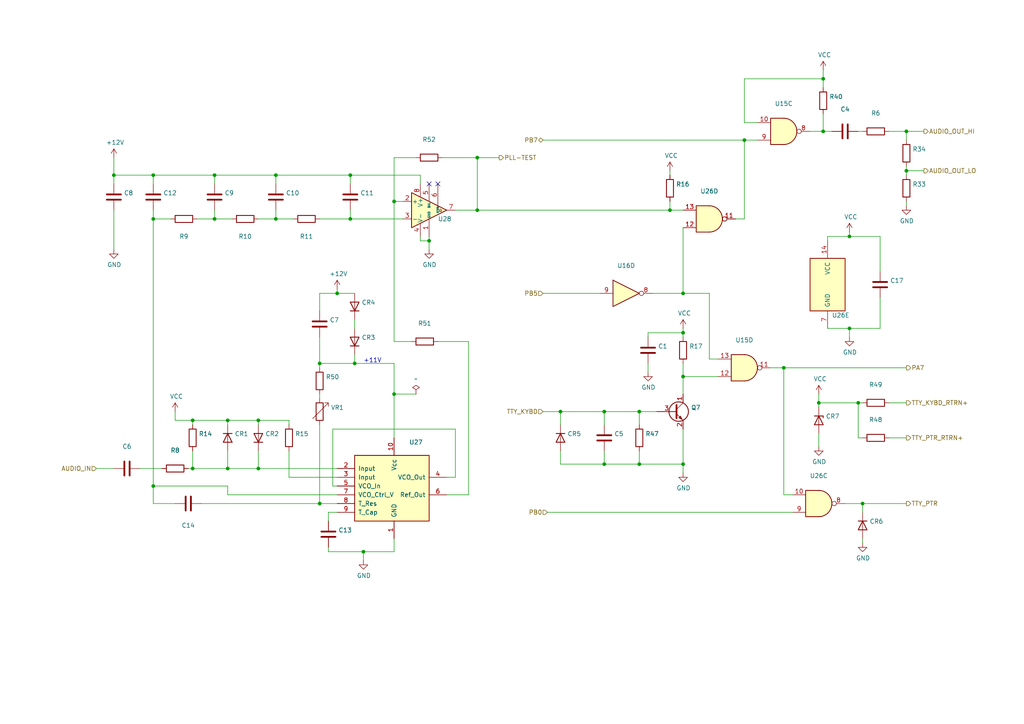
<source format=kicad_sch>
(kicad_sch (version 20211123) (generator eeschema)
  (paper "A4")
  (lib_symbols
    (symbol "74xx:7400" (pin_names (offset 1.016))
      (property "Reference" "U" (at 0 1.27 0))
      (property "Value" "7400" (at 0 -1.27 0))
      (symbol "7400_1_1"
        (arc (start 0 -3.81) (mid 3.81 0) (end 0 3.81) (stroke (width 0.254)) (fill (type background)))
        (polyline (pts (xy 0 3.81) (xy -3.81 3.81) (xy -3.81 -3.81) (xy 0 -3.81)) (stroke (width 0.254)) (fill (type background)))
        (pin input line (at -7.62 2.54 0) (length 3.81) (name "~") (number "1"))
        (pin input line (at -7.62 -2.54 0) (length 3.81) (name "~") (number "2"))
        (pin output inverted (at 7.62 0 180) (length 3.81) (name "~") (number "3"))
      )
      (symbol "7400_1_2"
        (arc (start -3.81 -3.81) (mid -2.589 0) (end -3.81 3.81) (stroke (width 0.254)))
        (arc (start -0.6096 -3.81) (mid 2.1842 -2.5851) (end 3.81 0) (stroke (width 0.254)) (fill (type background)))
        (polyline (pts (xy -3.81 -3.81) (xy -0.635 -3.81)) (stroke (width 0.254)) (fill (type background)))
        (polyline (pts (xy -3.81 3.81) (xy -0.635 3.81)) (stroke (width 0.254)) (fill (type background)))
        (polyline (pts (xy -0.635 3.81) (xy -3.81 3.81) (xy -3.81 3.81) (xy -3.556 3.4036) (xy -3.0226 2.2606) (xy -2.6924 1.0414) (xy -2.6162 -0.254) (xy -2.7686 -1.4986) (xy -3.175 -2.7178) (xy -3.81 -3.81) (xy -3.81 -3.81) (xy -0.635 -3.81)) (stroke (width -25.4)) (fill (type background)))
        (arc (start 3.81 0) (mid 2.1915 2.5936) (end -0.6096 3.81) (stroke (width 0.254)) (fill (type background)))
        (pin input inverted (at -7.62 2.54 0) (length 4.318) (name "~") (number "1"))
        (pin input inverted (at -7.62 -2.54 0) (length 4.318) (name "~") (number "2"))
        (pin output line (at 7.62 0 180) (length 3.81) (name "~") (number "3"))
      )
      (symbol "7400_2_1"
        (arc (start 0 -3.81) (mid 3.81 0) (end 0 3.81) (stroke (width 0.254)) (fill (type background)))
        (polyline (pts (xy 0 3.81) (xy -3.81 3.81) (xy -3.81 -3.81) (xy 0 -3.81)) (stroke (width 0.254)) (fill (type background)))
        (pin input line (at -7.62 2.54 0) (length 3.81) (name "~") (number "4"))
        (pin input line (at -7.62 -2.54 0) (length 3.81) (name "~") (number "5"))
        (pin output inverted (at 7.62 0 180) (length 3.81) (name "~") (number "6"))
      )
      (symbol "7400_2_2"
        (arc (start -3.81 -3.81) (mid -2.589 0) (end -3.81 3.81) (stroke (width 0.254)))
        (arc (start -0.6096 -3.81) (mid 2.1842 -2.5851) (end 3.81 0) (stroke (width 0.254)) (fill (type background)))
        (polyline (pts (xy -3.81 -3.81) (xy -0.635 -3.81)) (stroke (width 0.254)) (fill (type background)))
        (polyline (pts (xy -3.81 3.81) (xy -0.635 3.81)) (stroke (width 0.254)) (fill (type background)))
        (polyline (pts (xy -0.635 3.81) (xy -3.81 3.81) (xy -3.81 3.81) (xy -3.556 3.4036) (xy -3.0226 2.2606) (xy -2.6924 1.0414) (xy -2.6162 -0.254) (xy -2.7686 -1.4986) (xy -3.175 -2.7178) (xy -3.81 -3.81) (xy -3.81 -3.81) (xy -0.635 -3.81)) (stroke (width -25.4)) (fill (type background)))
        (arc (start 3.81 0) (mid 2.1915 2.5936) (end -0.6096 3.81) (stroke (width 0.254)) (fill (type background)))
        (pin input inverted (at -7.62 2.54 0) (length 4.318) (name "~") (number "4"))
        (pin input inverted (at -7.62 -2.54 0) (length 4.318) (name "~") (number "5"))
        (pin output line (at 7.62 0 180) (length 3.81) (name "~") (number "6"))
      )
      (symbol "7400_3_1"
        (arc (start 0 -3.81) (mid 3.81 0) (end 0 3.81) (stroke (width 0.254)) (fill (type background)))
        (polyline (pts (xy 0 3.81) (xy -3.81 3.81) (xy -3.81 -3.81) (xy 0 -3.81)) (stroke (width 0.254)) (fill (type background)))
        (pin input line (at -7.62 -2.54 0) (length 3.81) (name "~") (number "10"))
        (pin output inverted (at 7.62 0 180) (length 3.81) (name "~") (number "8"))
        (pin input line (at -7.62 2.54 0) (length 3.81) (name "~") (number "9"))
      )
      (symbol "7400_3_2"
        (arc (start -3.81 -3.81) (mid -2.589 0) (end -3.81 3.81) (stroke (width 0.254)))
        (arc (start -0.6096 -3.81) (mid 2.1842 -2.5851) (end 3.81 0) (stroke (width 0.254)) (fill (type background)))
        (polyline (pts (xy -3.81 -3.81) (xy -0.635 -3.81)) (stroke (width 0.254)) (fill (type background)))
        (polyline (pts (xy -3.81 3.81) (xy -0.635 3.81)) (stroke (width 0.254)) (fill (type background)))
        (polyline (pts (xy -0.635 3.81) (xy -3.81 3.81) (xy -3.81 3.81) (xy -3.556 3.4036) (xy -3.0226 2.2606) (xy -2.6924 1.0414) (xy -2.6162 -0.254) (xy -2.7686 -1.4986) (xy -3.175 -2.7178) (xy -3.81 -3.81) (xy -3.81 -3.81) (xy -0.635 -3.81)) (stroke (width -25.4)) (fill (type background)))
        (arc (start 3.81 0) (mid 2.1915 2.5936) (end -0.6096 3.81) (stroke (width 0.254)) (fill (type background)))
        (pin input inverted (at -7.62 -2.54 0) (length 4.318) (name "~") (number "10"))
        (pin output line (at 7.62 0 180) (length 3.81) (name "~") (number "8"))
        (pin input inverted (at -7.62 2.54 0) (length 4.318) (name "~") (number "9"))
      )
      (symbol "7400_4_1"
        (arc (start 0 -3.81) (mid 3.81 0) (end 0 3.81) (stroke (width 0.254)) (fill (type background)))
        (polyline (pts (xy 0 3.81) (xy -3.81 3.81) (xy -3.81 -3.81) (xy 0 -3.81)) (stroke (width 0.254)) (fill (type background)))
        (pin output inverted (at 7.62 0 180) (length 3.81) (name "~") (number "11"))
        (pin input line (at -7.62 2.54 0) (length 3.81) (name "~") (number "12"))
        (pin input line (at -7.62 -2.54 0) (length 3.81) (name "~") (number "13"))
      )
      (symbol "7400_4_2"
        (arc (start -3.81 -3.81) (mid -2.589 0) (end -3.81 3.81) (stroke (width 0.254)))
        (arc (start -0.6096 -3.81) (mid 2.1842 -2.5851) (end 3.81 0) (stroke (width 0.254)) (fill (type background)))
        (polyline (pts (xy -3.81 -3.81) (xy -0.635 -3.81)) (stroke (width 0.254)) (fill (type background)))
        (polyline (pts (xy -3.81 3.81) (xy -0.635 3.81)) (stroke (width 0.254)) (fill (type background)))
        (polyline (pts (xy -0.635 3.81) (xy -3.81 3.81) (xy -3.81 3.81) (xy -3.556 3.4036) (xy -3.0226 2.2606) (xy -2.6924 1.0414) (xy -2.6162 -0.254) (xy -2.7686 -1.4986) (xy -3.175 -2.7178) (xy -3.81 -3.81) (xy -3.81 -3.81) (xy -0.635 -3.81)) (stroke (width -25.4)) (fill (type background)))
        (arc (start 3.81 0) (mid 2.1915 2.5936) (end -0.6096 3.81) (stroke (width 0.254)) (fill (type background)))
        (pin output line (at 7.62 0 180) (length 3.81) (name "~") (number "11"))
        (pin input inverted (at -7.62 2.54 0) (length 4.318) (name "~") (number "12"))
        (pin input inverted (at -7.62 -2.54 0) (length 4.318) (name "~") (number "13"))
      )
      (symbol "7400_5_0"
        (pin power_in line (at 0 12.7 270) (length 5.08) (name "VCC") (number "14"))
        (pin power_in line (at 0 -12.7 90) (length 5.08) (name "GND") (number "7"))
      )
      (symbol "7400_5_1"
        (rectangle (start -5.08 7.62) (end 5.08 -7.62) (stroke (width 0.254)) (fill (type background)))
      )
    )
    (symbol "Comparator:LM311" (pin_names (offset 0.127))
      (property "Reference" "U" (at 3.81 6.35 0))
      (property "Value" "LM311" (at 3.81 3.81 0))
      (symbol "LM311_0_1"
        (polyline (pts (xy 5.08 0) (xy -5.08 5.08) (xy -5.08 -5.08) (xy 5.08 0)) (stroke (width 0.254)) (fill (type background)))
        (polyline (pts (xy 3.683 -0.381) (xy 3.302 -0.381) (xy 3.683 0) (xy 3.302 0.381) (xy 2.921 0) (xy 3.302 -0.381) (xy 2.921 -0.381)) (stroke (width 0.127)))
      )
      (symbol "LM311_1_1"
        (pin passive line (at 0 -7.62 90) (length 5.08) (name "GND") (number "1"))
        (pin input line (at -7.62 2.54 0) (length 2.54) (name "+") (number "2"))
        (pin input line (at -7.62 -2.54 0) (length 2.54) (name "-") (number "3"))
        (pin power_in line (at -2.54 -7.62 90) (length 3.81) (name "V-") (number "4"))
        (pin input line (at 0 7.62 270) (length 5.08) (name "BAL") (number "5"))
        (pin input line (at 2.54 7.62 270) (length 6.35) (name "STRB") (number "6"))
        (pin open_collector line (at 7.62 0 180) (length 2.54) (name "~") (number "7"))
        (pin power_in line (at -2.54 7.62 270) (length 3.81) (name "V+") (number "8"))
      )
    )
    (symbol "Device:C" (pin_numbers hide) (pin_names (offset 0.254))
      (property "Reference" "C" (at 0.635 2.54 0))
      (property "Value" "C" (at 0.635 -2.54 0))
      (symbol "C_0_1"
        (polyline (pts (xy -2.032 -0.762) (xy 2.032 -0.762)) (stroke (width 0.508)))
        (polyline (pts (xy -2.032 0.762) (xy 2.032 0.762)) (stroke (width 0.508)))
      )
      (symbol "C_1_1"
        (pin passive line (at 0 3.81 270) (length 2.794) (name "~") (number "1"))
        (pin passive line (at 0 -3.81 90) (length 2.794) (name "~") (number "2"))
      )
    )
    (symbol "Device:D" (pin_numbers hide) (pin_names (offset 1.016) hide)
      (property "Reference" "D" (at 0 2.54 0))
      (property "Value" "D" (at 0 -2.54 0))
      (symbol "D_0_1"
        (polyline (pts (xy -1.27 1.27) (xy -1.27 -1.27)) (stroke (width 0.254)))
        (polyline (pts (xy 1.27 0) (xy -1.27 0)))
        (polyline (pts (xy 1.27 1.27) (xy 1.27 -1.27) (xy -1.27 0) (xy 1.27 1.27)) (stroke (width 0.254)))
      )
      (symbol "D_1_1"
        (pin passive line (at -3.81 0 0) (length 2.54) (name "K") (number "1"))
        (pin passive line (at 3.81 0 180) (length 2.54) (name "A") (number "2"))
      )
    )
    (symbol "Device:D_Zener" (pin_numbers hide) (pin_names (offset 1.016) hide)
      (property "Reference" "D" (at 0 2.54 0))
      (property "Value" "D_Zener" (at 0 -2.54 0))
      (symbol "D_Zener_0_1"
        (polyline (pts (xy 1.27 0) (xy -1.27 0)))
        (polyline (pts (xy -1.27 -1.27) (xy -1.27 1.27) (xy -0.762 1.27)) (stroke (width 0.254)))
        (polyline (pts (xy 1.27 -1.27) (xy 1.27 1.27) (xy -1.27 0) (xy 1.27 -1.27)) (stroke (width 0.254)))
      )
      (symbol "D_Zener_1_1"
        (pin passive line (at -3.81 0 0) (length 2.54) (name "K") (number "1"))
        (pin passive line (at 3.81 0 180) (length 2.54) (name "A") (number "2"))
      )
    )
    (symbol "Device:Q_NPN_CEB" (pin_names (offset 0) hide)
      (property "Reference" "Q" (at 5.08 1.27 0))
      (property "Value" "Q_NPN_CEB" (at 5.08 -1.27 0))
      (symbol "Q_NPN_CEB_0_1"
        (polyline (pts (xy 0.635 0.635) (xy 2.54 2.54)))
        (polyline (pts (xy 0.635 -0.635) (xy 2.54 -2.54) (xy 2.54 -2.54)))
        (polyline (pts (xy 0.635 1.905) (xy 0.635 -1.905) (xy 0.635 -1.905)) (stroke (width 0.508)))
        (polyline (pts (xy 1.27 -1.778) (xy 1.778 -1.27) (xy 2.286 -2.286) (xy 1.27 -1.778) (xy 1.27 -1.778)) (fill (type outline)))
        (circle (center 1.27 0) (radius 2.8194) (stroke (width 0.254)))
      )
      (symbol "Q_NPN_CEB_1_1"
        (pin passive line (at 2.54 5.08 270) (length 2.54) (name "C") (number "1"))
        (pin passive line (at 2.54 -5.08 90) (length 2.54) (name "E") (number "2"))
        (pin input line (at -5.08 0 0) (length 5.715) (name "B") (number "3"))
      )
    )
    (symbol "Device:R" (pin_numbers hide) (pin_names (offset 0))
      (property "Reference" "R" (at 2.032 0 90))
      (property "Value" "R" (at 0 0 90))
      (symbol "R_0_1"
        (rectangle (start -1.016 -2.54) (end 1.016 2.54) (stroke (width 0.254)))
      )
      (symbol "R_1_1"
        (pin passive line (at 0 3.81 270) (length 1.27) (name "~") (number "1"))
        (pin passive line (at 0 -3.81 90) (length 1.27) (name "~") (number "2"))
      )
    )
    (symbol "Device:R_Variable" (pin_numbers hide) (pin_names (offset 0))
      (property "Reference" "R" (at 2.54 -2.54 90))
      (property "Value" "R_Variable" (at -2.54 -1.27 90))
      (symbol "R_Variable_0_1"
        (rectangle (start -1.016 -2.54) (end 1.016 2.54) (stroke (width 0.254)))
        (polyline (pts (xy 2.54 1.524) (xy 2.54 2.54) (xy 1.524 2.54) (xy 2.54 2.54) (xy -2.032 -2.032)))
      )
      (symbol "R_Variable_1_1"
        (pin passive line (at 0 3.81 270) (length 1.27) (name "~") (number "1"))
        (pin passive line (at 0 -3.81 90) (length 1.27) (name "~") (number "2"))
      )
    )
    (symbol "KIM1-rescue:7404-74xx_more" (pin_names (offset 1.016))
      (property "Reference" "U" (at 0 1.27 0))
      (property "Value" "7404-74xx_more" (at 0 -1.27 0))
      (symbol "7404-74xx_more_1_0"
        (polyline (pts (xy -3.81 3.81) (xy -3.81 -3.81) (xy 3.81 0) (xy -3.81 3.81)) (stroke (width 0.254)) (fill (type background)))
        (pin input line (at -7.62 0 0) (length 3.81) (name "~") (number "1"))
        (pin output inverted (at 7.62 0 180) (length 3.81) (name "~") (number "2"))
      )
      (symbol "7404-74xx_more_2_0"
        (polyline (pts (xy -3.81 3.81) (xy -3.81 -3.81) (xy 3.81 0) (xy -3.81 3.81)) (stroke (width 0.254)) (fill (type background)))
        (pin input line (at -7.62 0 0) (length 3.81) (name "~") (number "3"))
        (pin output inverted (at 7.62 0 180) (length 3.81) (name "~") (number "4"))
      )
      (symbol "7404-74xx_more_3_0"
        (polyline (pts (xy -3.81 3.81) (xy -3.81 -3.81) (xy 3.81 0) (xy -3.81 3.81)) (stroke (width 0.254)) (fill (type background)))
        (pin input line (at -7.62 0 0) (length 3.81) (name "~") (number "5"))
        (pin output inverted (at 7.62 0 180) (length 3.81) (name "~") (number "6"))
      )
      (symbol "7404-74xx_more_4_0"
        (polyline (pts (xy -3.81 3.81) (xy -3.81 -3.81) (xy 3.81 0) (xy -3.81 3.81)) (stroke (width 0.254)) (fill (type background)))
        (pin output inverted (at 7.62 0 180) (length 3.81) (name "~") (number "8"))
        (pin input line (at -7.62 0 0) (length 3.81) (name "~") (number "9"))
      )
      (symbol "7404-74xx_more_5_0"
        (polyline (pts (xy -3.81 3.81) (xy -3.81 -3.81) (xy 3.81 0) (xy -3.81 3.81)) (stroke (width 0.254)) (fill (type background)))
        (pin output inverted (at 7.62 0 180) (length 3.81) (name "~") (number "10"))
        (pin input line (at -7.62 0 0) (length 3.81) (name "~") (number "11"))
      )
      (symbol "7404-74xx_more_6_0"
        (polyline (pts (xy -3.81 3.81) (xy -3.81 -3.81) (xy 3.81 0) (xy -3.81 3.81)) (stroke (width 0.254)) (fill (type background)))
        (pin output inverted (at 7.62 0 180) (length 3.81) (name "~") (number "12"))
        (pin input line (at -7.62 0 0) (length 3.81) (name "~") (number "13"))
      )
      (symbol "7404-74xx_more_7_0"
        (pin power_in line (at 0 12.7 270) (length 5.08) (name "VCC") (number "14"))
        (pin power_in line (at 0 -12.7 90) (length 5.08) (name "GND") (number "7"))
      )
      (symbol "7404-74xx_more_7_1"
        (rectangle (start -5.08 7.62) (end 5.08 -7.62) (stroke (width 0.254)) (fill (type background)))
      )
    )
    (symbol "KIM1-rescue:7438-74xx_more" (pin_names (offset 1.016))
      (property "Reference" "U" (at 0 1.27 0))
      (property "Value" "7438-74xx_more" (at 0 -1.27 0))
      (symbol "7438-74xx_more_1_1"
        (arc (start 0 -3.81) (mid 3.81 0) (end 0 3.81) (stroke (width 0.254)) (fill (type background)))
        (polyline (pts (xy 0 3.81) (xy -3.81 3.81) (xy -3.81 -3.81) (xy 0 -3.81)) (stroke (width 0.254)) (fill (type background)))
        (pin input line (at -7.62 2.54 0) (length 3.81) (name "~") (number "1"))
        (pin input line (at -7.62 -2.54 0) (length 3.81) (name "~") (number "2"))
        (pin output inverted (at 7.62 0 180) (length 3.81) (name "~") (number "3"))
      )
      (symbol "7438-74xx_more_1_2"
        (arc (start -3.81 -3.81) (mid -2.589 0) (end -3.81 3.81) (stroke (width 0.254)))
        (arc (start -0.6096 -3.81) (mid 2.1842 -2.5851) (end 3.81 0) (stroke (width 0.254)) (fill (type background)))
        (polyline (pts (xy -3.81 -3.81) (xy -0.635 -3.81)) (stroke (width 0.254)) (fill (type background)))
        (polyline (pts (xy -3.81 3.81) (xy -0.635 3.81)) (stroke (width 0.254)) (fill (type background)))
        (polyline (pts (xy -0.635 3.81) (xy -3.81 3.81) (xy -3.81 3.81) (xy -3.556 3.4036) (xy -3.0226 2.2606) (xy -2.6924 1.0414) (xy -2.6162 -0.254) (xy -2.7686 -1.4986) (xy -3.175 -2.7178) (xy -3.81 -3.81) (xy -3.81 -3.81) (xy -0.635 -3.81)) (stroke (width -25.4)) (fill (type background)))
        (arc (start 3.81 0) (mid 2.1915 2.5936) (end -0.6096 3.81) (stroke (width 0.254)) (fill (type background)))
        (pin input inverted (at -7.62 2.54 0) (length 4.318) (name "~") (number "1"))
        (pin input inverted (at -7.62 -2.54 0) (length 4.318) (name "~") (number "2"))
        (pin output line (at 7.62 0 180) (length 3.81) (name "~") (number "3"))
      )
      (symbol "7438-74xx_more_2_1"
        (arc (start 0 -3.81) (mid 3.81 0) (end 0 3.81) (stroke (width 0.254)) (fill (type background)))
        (polyline (pts (xy 0 3.81) (xy -3.81 3.81) (xy -3.81 -3.81) (xy 0 -3.81)) (stroke (width 0.254)) (fill (type background)))
        (pin input line (at -7.62 2.54 0) (length 3.81) (name "~") (number "4"))
        (pin input line (at -7.62 -2.54 0) (length 3.81) (name "~") (number "5"))
        (pin output inverted (at 7.62 0 180) (length 3.81) (name "~") (number "6"))
      )
      (symbol "7438-74xx_more_2_2"
        (arc (start -3.81 -3.81) (mid -2.589 0) (end -3.81 3.81) (stroke (width 0.254)))
        (arc (start -0.6096 -3.81) (mid 2.1842 -2.5851) (end 3.81 0) (stroke (width 0.254)) (fill (type background)))
        (polyline (pts (xy -3.81 -3.81) (xy -0.635 -3.81)) (stroke (width 0.254)) (fill (type background)))
        (polyline (pts (xy -3.81 3.81) (xy -0.635 3.81)) (stroke (width 0.254)) (fill (type background)))
        (polyline (pts (xy -0.635 3.81) (xy -3.81 3.81) (xy -3.81 3.81) (xy -3.556 3.4036) (xy -3.0226 2.2606) (xy -2.6924 1.0414) (xy -2.6162 -0.254) (xy -2.7686 -1.4986) (xy -3.175 -2.7178) (xy -3.81 -3.81) (xy -3.81 -3.81) (xy -0.635 -3.81)) (stroke (width -25.4)) (fill (type background)))
        (arc (start 3.81 0) (mid 2.1915 2.5936) (end -0.6096 3.81) (stroke (width 0.254)) (fill (type background)))
        (pin input inverted (at -7.62 2.54 0) (length 4.318) (name "~") (number "4"))
        (pin input inverted (at -7.62 -2.54 0) (length 4.318) (name "~") (number "5"))
        (pin output line (at 7.62 0 180) (length 3.81) (name "~") (number "6"))
      )
      (symbol "7438-74xx_more_3_1"
        (arc (start 0 -3.81) (mid 3.81 0) (end 0 3.81) (stroke (width 0.254)) (fill (type background)))
        (polyline (pts (xy 0 3.81) (xy -3.81 3.81) (xy -3.81 -3.81) (xy 0 -3.81)) (stroke (width 0.254)) (fill (type background)))
        (pin input line (at -7.62 -2.54 0) (length 3.81) (name "~") (number "10"))
        (pin output inverted (at 7.62 0 180) (length 3.81) (name "~") (number "8"))
        (pin input line (at -7.62 2.54 0) (length 3.81) (name "~") (number "9"))
      )
      (symbol "7438-74xx_more_3_2"
        (arc (start -3.81 -3.81) (mid -2.589 0) (end -3.81 3.81) (stroke (width 0.254)))
        (arc (start -0.6096 -3.81) (mid 2.1842 -2.5851) (end 3.81 0) (stroke (width 0.254)) (fill (type background)))
        (polyline (pts (xy -3.81 -3.81) (xy -0.635 -3.81)) (stroke (width 0.254)) (fill (type background)))
        (polyline (pts (xy -3.81 3.81) (xy -0.635 3.81)) (stroke (width 0.254)) (fill (type background)))
        (polyline (pts (xy -0.635 3.81) (xy -3.81 3.81) (xy -3.81 3.81) (xy -3.556 3.4036) (xy -3.0226 2.2606) (xy -2.6924 1.0414) (xy -2.6162 -0.254) (xy -2.7686 -1.4986) (xy -3.175 -2.7178) (xy -3.81 -3.81) (xy -3.81 -3.81) (xy -0.635 -3.81)) (stroke (width -25.4)) (fill (type background)))
        (arc (start 3.81 0) (mid 2.1915 2.5936) (end -0.6096 3.81) (stroke (width 0.254)) (fill (type background)))
        (pin input inverted (at -7.62 -2.54 0) (length 4.318) (name "~") (number "10"))
        (pin output line (at 7.62 0 180) (length 3.81) (name "~") (number "8"))
        (pin input inverted (at -7.62 2.54 0) (length 4.318) (name "~") (number "9"))
      )
      (symbol "7438-74xx_more_4_1"
        (arc (start 0 -3.81) (mid 3.81 0) (end 0 3.81) (stroke (width 0.254)) (fill (type background)))
        (polyline (pts (xy 0 3.81) (xy -3.81 3.81) (xy -3.81 -3.81) (xy 0 -3.81)) (stroke (width 0.254)) (fill (type background)))
        (pin output inverted (at 7.62 0 180) (length 3.81) (name "~") (number "11"))
        (pin input line (at -7.62 2.54 0) (length 3.81) (name "~") (number "12"))
        (pin input line (at -7.62 -2.54 0) (length 3.81) (name "~") (number "13"))
      )
      (symbol "7438-74xx_more_4_2"
        (arc (start -3.81 -3.81) (mid -2.589 0) (end -3.81 3.81) (stroke (width 0.254)))
        (arc (start -0.6096 -3.81) (mid 2.1842 -2.5851) (end 3.81 0) (stroke (width 0.254)) (fill (type background)))
        (polyline (pts (xy -3.81 -3.81) (xy -0.635 -3.81)) (stroke (width 0.254)) (fill (type background)))
        (polyline (pts (xy -3.81 3.81) (xy -0.635 3.81)) (stroke (width 0.254)) (fill (type background)))
        (polyline (pts (xy -0.635 3.81) (xy -3.81 3.81) (xy -3.81 3.81) (xy -3.556 3.4036) (xy -3.0226 2.2606) (xy -2.6924 1.0414) (xy -2.6162 -0.254) (xy -2.7686 -1.4986) (xy -3.175 -2.7178) (xy -3.81 -3.81) (xy -3.81 -3.81) (xy -0.635 -3.81)) (stroke (width -25.4)) (fill (type background)))
        (arc (start 3.81 0) (mid 2.1915 2.5936) (end -0.6096 3.81) (stroke (width 0.254)) (fill (type background)))
        (pin output line (at 7.62 0 180) (length 3.81) (name "~") (number "11"))
        (pin input inverted (at -7.62 2.54 0) (length 4.318) (name "~") (number "12"))
        (pin input inverted (at -7.62 -2.54 0) (length 4.318) (name "~") (number "13"))
      )
      (symbol "7438-74xx_more_5_0"
        (pin power_in line (at 0 12.7 270) (length 5.08) (name "VCC") (number "14"))
        (pin power_in line (at 0 -12.7 90) (length 5.08) (name "GND") (number "7"))
      )
      (symbol "7438-74xx_more_5_1"
        (rectangle (start -5.08 7.62) (end 5.08 -7.62) (stroke (width 0.254)) (fill (type background)))
      )
    )
    (symbol "Kim1:LM565" (pin_names (offset 1.016))
      (property "Reference" "U" (at 5.08 13.97 0))
      (property "Value" "LM565" (at 7.62 11.43 0))
      (symbol "LM565_0_0"
        (pin power_in line (at 0 -13.97 90) (length 5.08) (name "GND") (number "1"))
        (pin power_in line (at 0 15.24 270) (length 5.08) (name "Vcc") (number "10"))
        (pin input line (at -16.51 6.35 0) (length 5.08) (name "Input") (number "2"))
        (pin input line (at -16.51 3.81 0) (length 5.08) (name "Input") (number "3"))
        (pin output line (at 15.24 3.81 180) (length 5.08) (name "VCO_Out") (number "4"))
        (pin input line (at -16.51 1.27 0) (length 5.08) (name "VCO_In") (number "5"))
        (pin output line (at 15.24 -1.27 180) (length 5.08) (name "Ref_Out") (number "6"))
        (pin input line (at -16.51 -1.27 0) (length 5.08) (name "VCO_Ctrl_V") (number "7"))
        (pin bidirectional line (at -16.51 -3.81 0) (length 5.08) (name "T_Res") (number "8"))
        (pin bidirectional line (at -16.51 -6.35 0) (length 5.08) (name "T_Cap") (number "9"))
      )
      (symbol "LM565_0_1"
        (rectangle (start -11.43 10.16) (end 10.16 -8.89) (stroke (width 0.254)) (fill (type background)))
      )
    )
    (symbol "power:+12V" (power) (pin_names (offset 0))
      (property "Value" "+12V" (at 0 3.556 0))
      (symbol "+12V_0_1"
        (polyline (pts (xy -0.762 1.27) (xy 0 2.54)))
        (polyline (pts (xy 0 0) (xy 0 2.54)))
        (polyline (pts (xy 0 2.54) (xy 0.762 1.27)))
      )
      (symbol "+12V_1_1"
        (pin power_in line (at 0 0 90) (length 0) hide (name "+12V") (number "1"))
      )
    )
    (symbol "power:GND" (power) (pin_names (offset 0))
      (property "Value" "GND" (at 0 -3.81 0))
      (symbol "GND_0_1"
        (polyline (pts (xy 0 0) (xy 0 -1.27) (xy 1.27 -1.27) (xy 0 -2.54) (xy -1.27 -1.27) (xy 0 -1.27)))
      )
      (symbol "GND_1_1"
        (pin power_in line (at 0 0 270) (length 0) hide (name "GND") (number "1"))
      )
    )
    (symbol "power:PWR_FLAG" (power) (pin_numbers hide) (pin_names (offset 0) hide)
      (property "Value" "PWR_FLAG" (at 0 3.81 0))
      (symbol "PWR_FLAG_0_0"
        (pin power_out line (at 0 0 90) (length 0) (name "pwr") (number "1"))
      )
      (symbol "PWR_FLAG_0_1"
        (polyline (pts (xy 0 0) (xy 0 1.27) (xy -1.016 1.905) (xy 0 2.54) (xy 1.016 1.905) (xy 0 1.27)))
      )
    )
    (symbol "power:VCC" (power) (pin_names (offset 0))
      (property "Value" "VCC" (at 0 3.81 0))
      (symbol "VCC_0_1"
        (polyline (pts (xy -0.762 1.27) (xy 0 2.54)))
        (polyline (pts (xy 0 0) (xy 0 2.54)))
        (polyline (pts (xy 0 2.54) (xy 0.762 1.27)))
      )
      (symbol "VCC_1_1"
        (pin power_in line (at 0 0 90) (length 0) hide (name "VCC") (number "1"))
      )
    )
  )
  (junction (at 102.87 105.41))
  (junction (at 92.71 146.05))
  (junction (at 138.43 45.72))
  (junction (at 66.04 121.92))
  (junction (at 55.88 135.89))
  (junction (at 262.89 38.1))
  (junction (at 80.01 50.8))
  (junction (at 44.45 63.5))
  (junction (at 246.38 68.58))
  (junction (at 97.79 85.09))
  (junction (at 92.71 105.41))
  (junction (at 250.19 146.05))
  (junction (at 198.12 96.52))
  (junction (at 185.42 134.62))
  (junction (at 80.01 63.5))
  (junction (at 44.45 50.8))
  (junction (at 114.3 58.42))
  (junction (at 185.42 119.38))
  (junction (at 74.93 135.89))
  (junction (at 198.12 85.09))
  (junction (at 238.76 22.86))
  (junction (at 237.49 116.84))
  (junction (at 162.56 119.38))
  (junction (at 62.23 63.5))
  (junction (at 55.88 121.92))
  (junction (at 138.43 60.96))
  (junction (at 215.9 40.64))
  (junction (at 66.04 135.89))
  (junction (at 33.02 50.8))
  (junction (at 194.31 60.96))
  (junction (at 248.92 116.84))
  (junction (at 44.45 140.97))
  (junction (at 114.3 114.3))
  (junction (at 62.23 50.8))
  (junction (at 175.26 134.62))
  (junction (at 262.89 49.53))
  (junction (at 198.12 109.22))
  (junction (at 198.12 134.62))
  (junction (at 238.76 38.1))
  (junction (at 124.46 69.85))
  (junction (at 101.6 50.8))
  (junction (at 246.38 95.25))
  (junction (at 175.26 119.38))
  (junction (at 227.33 106.68))
  (junction (at 74.93 121.92))
  (junction (at 105.41 160.02))
  (junction (at 101.6 63.5))
  (no_connect (at 127 53.34))
  (no_connect (at 124.46 53.34))
  (wire (pts (xy 262.89 59.69) (xy 262.89 58.42)))
  (wire (pts (xy 267.97 38.1) (xy 262.89 38.1)))
  (wire (pts (xy 262.89 40.64) (xy 262.89 38.1)))
  (wire (pts (xy 237.49 116.84) (xy 237.49 118.11)))
  (wire (pts (xy 185.42 134.62) (xy 198.12 134.62)))
  (wire (pts (xy 262.89 146.05) (xy 250.19 146.05)))
  (wire (pts (xy 44.45 50.8) (xy 33.02 50.8)))
  (wire (pts (xy 121.92 68.58) (xy 121.92 69.85)))
  (wire (pts (xy 101.6 50.8) (xy 80.01 50.8)))
  (wire (pts (xy 262.89 49.53) (xy 262.89 48.26)))
  (wire (pts (xy 62.23 50.8) (xy 62.23 53.34)))
  (wire (pts (xy 44.45 50.8) (xy 44.45 53.34)))
  (wire (pts (xy 175.26 123.19) (xy 175.26 119.38)))
  (wire (pts (xy 248.92 127) (xy 248.92 116.84)))
  (wire (pts (xy 101.6 50.8) (xy 101.6 53.34)))
  (wire (pts (xy 92.71 146.05) (xy 92.71 123.19)))
  (wire (pts (xy 240.03 69.85) (xy 240.03 68.58)))
  (wire (pts (xy 185.42 119.38) (xy 175.26 119.38)))
  (wire (pts (xy 128.27 45.72) (xy 138.43 45.72)))
  (wire (pts (xy 33.02 50.8) (xy 33.02 53.34)))
  (wire (pts (xy 83.82 138.43) (xy 83.82 130.81)))
  (wire (pts (xy 101.6 63.5) (xy 101.6 60.96)))
  (wire (pts (xy 74.93 130.81) (xy 74.93 135.89)))
  (wire (pts (xy 114.3 114.3) (xy 114.3 105.41)))
  (wire (pts (xy 66.04 140.97) (xy 66.04 143.51)))
  (wire (pts (xy 114.3 58.42) (xy 114.3 99.06)))
  (wire (pts (xy 198.12 96.52) (xy 198.12 97.79)))
  (wire (pts (xy 246.38 68.58) (xy 246.38 67.31)))
  (wire (pts (xy 50.8 146.05) (xy 44.45 146.05)))
  (wire (pts (xy 66.04 121.92) (xy 74.93 121.92)))
  (wire (pts (xy 208.28 109.22) (xy 198.12 109.22)))
  (wire (pts (xy 189.23 85.09) (xy 198.12 85.09)))
  (wire (pts (xy 227.33 106.68) (xy 262.89 106.68)))
  (wire (pts (xy 55.88 135.89) (xy 66.04 135.89)))
  (wire (pts (xy 102.87 102.87) (xy 102.87 105.41)))
  (wire (pts (xy 27.94 135.89) (xy 33.02 135.89)))
  (wire (pts (xy 97.79 148.59) (xy 95.25 148.59)))
  (wire (pts (xy 121.92 50.8) (xy 101.6 50.8)))
  (wire (pts (xy 198.12 60.96) (xy 194.31 60.96)))
  (wire (pts (xy 162.56 119.38) (xy 157.48 119.38)))
  (wire (pts (xy 250.19 116.84) (xy 248.92 116.84)))
  (wire (pts (xy 97.79 146.05) (xy 92.71 146.05)))
  (wire (pts (xy 66.04 123.19) (xy 66.04 121.92)))
  (wire (pts (xy 102.87 92.71) (xy 102.87 95.25)))
  (wire (pts (xy 175.26 134.62) (xy 185.42 134.62)))
  (wire (pts (xy 66.04 143.51) (xy 97.79 143.51)))
  (wire (pts (xy 95.25 148.59) (xy 95.25 151.13)))
  (wire (pts (xy 44.45 146.05) (xy 44.45 140.97)))
  (wire (pts (xy 240.03 68.58) (xy 246.38 68.58)))
  (wire (pts (xy 162.56 134.62) (xy 175.26 134.62)))
  (wire (pts (xy 194.31 60.96) (xy 194.31 58.42)))
  (wire (pts (xy 187.96 105.41) (xy 187.96 107.95)))
  (wire (pts (xy 57.15 63.5) (xy 62.23 63.5)))
  (wire (pts (xy 246.38 95.25) (xy 255.27 95.25)))
  (wire (pts (xy 185.42 130.81) (xy 185.42 134.62)))
  (wire (pts (xy 198.12 134.62) (xy 198.12 137.16)))
  (wire (pts (xy 215.9 40.64) (xy 219.71 40.64)))
  (wire (pts (xy 198.12 109.22) (xy 198.12 114.3)))
  (wire (pts (xy 215.9 40.64) (xy 157.48 40.64)))
  (wire (pts (xy 162.56 123.19) (xy 162.56 119.38)))
  (wire (pts (xy 80.01 63.5) (xy 85.09 63.5)))
  (wire (pts (xy 97.79 140.97) (xy 96.52 140.97)))
  (wire (pts (xy 92.71 105.41) (xy 92.71 97.79)))
  (wire (pts (xy 238.76 22.86) (xy 238.76 25.4)))
  (wire (pts (xy 97.79 138.43) (xy 83.82 138.43)))
  (wire (pts (xy 95.25 160.02) (xy 105.41 160.02)))
  (wire (pts (xy 135.89 99.06) (xy 135.89 143.51)))
  (wire (pts (xy 58.42 146.05) (xy 92.71 146.05)))
  (wire (pts (xy 205.74 104.14) (xy 205.74 85.09)))
  (wire (pts (xy 97.79 135.89) (xy 74.93 135.89)))
  (wire (pts (xy 198.12 96.52) (xy 187.96 96.52)))
  (wire (pts (xy 114.3 156.21) (xy 114.3 160.02)))
  (wire (pts (xy 198.12 66.04) (xy 198.12 85.09)))
  (wire (pts (xy 250.19 146.05) (xy 245.11 146.05)))
  (wire (pts (xy 44.45 140.97) (xy 66.04 140.97)))
  (wire (pts (xy 223.52 106.68) (xy 227.33 106.68)))
  (wire (pts (xy 124.46 69.85) (xy 124.46 72.39)))
  (wire (pts (xy 194.31 49.53) (xy 194.31 50.8)))
  (wire (pts (xy 80.01 50.8) (xy 80.01 53.34)))
  (wire (pts (xy 102.87 85.09) (xy 97.79 85.09)))
  (wire (pts (xy 121.92 53.34) (xy 121.92 50.8)))
  (wire (pts (xy 248.92 116.84) (xy 237.49 116.84)))
  (wire (pts (xy 144.78 45.72) (xy 138.43 45.72)))
  (wire (pts (xy 198.12 124.46) (xy 198.12 134.62)))
  (wire (pts (xy 213.36 63.5) (xy 215.9 63.5)))
  (wire (pts (xy 114.3 105.41) (xy 102.87 105.41)))
  (wire (pts (xy 190.5 119.38) (xy 185.42 119.38)))
  (wire (pts (xy 175.26 130.81) (xy 175.26 134.62)))
  (wire (pts (xy 92.71 115.57) (xy 92.71 114.3)))
  (wire (pts (xy 135.89 143.51) (xy 129.54 143.51)))
  (wire (pts (xy 33.02 45.72) (xy 33.02 50.8)))
  (wire (pts (xy 66.04 135.89) (xy 74.93 135.89)))
  (wire (pts (xy 162.56 130.81) (xy 162.56 134.62)))
  (wire (pts (xy 246.38 95.25) (xy 246.38 97.79)))
  (wire (pts (xy 96.52 124.46) (xy 132.08 124.46)))
  (wire (pts (xy 262.89 38.1) (xy 257.81 38.1)))
  (wire (pts (xy 92.71 85.09) (xy 92.71 90.17)))
  (wire (pts (xy 66.04 130.81) (xy 66.04 135.89)))
  (wire (pts (xy 127 99.06) (xy 135.89 99.06)))
  (wire (pts (xy 83.82 121.92) (xy 83.82 123.19)))
  (wire (pts (xy 114.3 99.06) (xy 119.38 99.06)))
  (wire (pts (xy 55.88 130.81) (xy 55.88 135.89)))
  (wire (pts (xy 194.31 60.96) (xy 138.43 60.96)))
  (wire (pts (xy 114.3 45.72) (xy 120.65 45.72)))
  (wire (pts (xy 116.84 63.5) (xy 101.6 63.5)))
  (wire (pts (xy 255.27 78.74) (xy 255.27 68.58)))
  (wire (pts (xy 255.27 95.25) (xy 255.27 86.36)))
  (wire (pts (xy 237.49 114.3) (xy 237.49 116.84)))
  (wire (pts (xy 198.12 85.09) (xy 205.74 85.09)))
  (wire (pts (xy 120.65 114.3) (xy 114.3 114.3)))
  (wire (pts (xy 132.08 138.43) (xy 129.54 138.43)))
  (wire (pts (xy 227.33 143.51) (xy 227.33 106.68)))
  (wire (pts (xy 44.45 63.5) (xy 49.53 63.5)))
  (wire (pts (xy 50.8 121.92) (xy 55.88 121.92)))
  (wire (pts (xy 97.79 83.82) (xy 97.79 85.09)))
  (wire (pts (xy 114.3 127) (xy 114.3 114.3)))
  (wire (pts (xy 74.93 121.92) (xy 74.93 123.19)))
  (wire (pts (xy 40.64 135.89) (xy 46.99 135.89)))
  (wire (pts (xy 97.79 85.09) (xy 92.71 85.09)))
  (wire (pts (xy 238.76 22.86) (xy 215.9 22.86)))
  (wire (pts (xy 95.25 158.75) (xy 95.25 160.02)))
  (wire (pts (xy 198.12 95.25) (xy 198.12 96.52)))
  (wire (pts (xy 114.3 58.42) (xy 114.3 45.72)))
  (wire (pts (xy 234.95 38.1) (xy 238.76 38.1)))
  (wire (pts (xy 215.9 22.86) (xy 215.9 35.56)))
  (wire (pts (xy 257.81 127) (xy 262.89 127)))
  (wire (pts (xy 158.75 148.59) (xy 229.87 148.59)))
  (wire (pts (xy 62.23 63.5) (xy 67.31 63.5)))
  (wire (pts (xy 105.41 160.02) (xy 105.41 162.56)))
  (wire (pts (xy 238.76 38.1) (xy 238.76 33.02)))
  (wire (pts (xy 237.49 125.73) (xy 237.49 129.54)))
  (wire (pts (xy 55.88 121.92) (xy 66.04 121.92)))
  (wire (pts (xy 229.87 143.51) (xy 227.33 143.51)))
  (wire (pts (xy 124.46 68.58) (xy 124.46 69.85)))
  (wire (pts (xy 74.93 63.5) (xy 80.01 63.5)))
  (wire (pts (xy 250.19 148.59) (xy 250.19 146.05)))
  (wire (pts (xy 50.8 119.38) (xy 50.8 121.92)))
  (wire (pts (xy 255.27 68.58) (xy 246.38 68.58)))
  (wire (pts (xy 262.89 50.8) (xy 262.89 49.53)))
  (wire (pts (xy 215.9 35.56) (xy 219.71 35.56)))
  (wire (pts (xy 80.01 50.8) (xy 62.23 50.8)))
  (wire (pts (xy 241.3 38.1) (xy 238.76 38.1)))
  (wire (pts (xy 238.76 20.32) (xy 238.76 22.86)))
  (wire (pts (xy 267.97 49.53) (xy 262.89 49.53)))
  (wire (pts (xy 55.88 123.19) (xy 55.88 121.92)))
  (wire (pts (xy 102.87 105.41) (xy 92.71 105.41)))
  (wire (pts (xy 62.23 50.8) (xy 44.45 50.8)))
  (wire (pts (xy 116.84 58.42) (xy 114.3 58.42)))
  (wire (pts (xy 96.52 140.97) (xy 96.52 124.46)))
  (wire (pts (xy 62.23 60.96) (xy 62.23 63.5)))
  (wire (pts (xy 138.43 60.96) (xy 132.08 60.96)))
  (wire (pts (xy 132.08 124.46) (xy 132.08 138.43)))
  (wire (pts (xy 208.28 104.14) (xy 205.74 104.14)))
  (wire (pts (xy 257.81 116.84) (xy 262.89 116.84)))
  (wire (pts (xy 44.45 60.96) (xy 44.45 63.5)))
  (wire (pts (xy 198.12 105.41) (xy 198.12 109.22)))
  (wire (pts (xy 157.48 85.09) (xy 173.99 85.09)))
  (wire (pts (xy 187.96 96.52) (xy 187.96 97.79)))
  (wire (pts (xy 185.42 123.19) (xy 185.42 119.38)))
  (wire (pts (xy 80.01 60.96) (xy 80.01 63.5)))
  (wire (pts (xy 92.71 63.5) (xy 101.6 63.5)))
  (wire (pts (xy 215.9 63.5) (xy 215.9 40.64)))
  (wire (pts (xy 138.43 45.72) (xy 138.43 60.96)))
  (wire (pts (xy 54.61 135.89) (xy 55.88 135.89)))
  (wire (pts (xy 250.19 38.1) (xy 248.92 38.1)))
  (wire (pts (xy 33.02 60.96) (xy 33.02 72.39)))
  (wire (pts (xy 44.45 63.5) (xy 44.45 140.97)))
  (wire (pts (xy 121.92 69.85) (xy 124.46 69.85)))
  (wire (pts (xy 250.19 157.48) (xy 250.19 156.21)))
  (wire (pts (xy 114.3 160.02) (xy 105.41 160.02)))
  (wire (pts (xy 74.93 121.92) (xy 83.82 121.92)))
  (wire (pts (xy 92.71 106.68) (xy 92.71 105.41)))
  (wire (pts (xy 175.26 119.38) (xy 162.56 119.38)))
  (wire (pts (xy 240.03 95.25) (xy 246.38 95.25)))
  (wire (pts (xy 250.19 127) (xy 248.92 127)))
  (text "+11V" (at 105.41 105.41 0) (effects (font (size 1.27 1.27)) (justify left bottom)))
  (hierarchical_label "PB5" (shape input) (at 157.48 85.09 180))
  (hierarchical_label "TTY_PTR" (shape output) (at 262.89 146.05 0))
  (hierarchical_label "PA7" (shape output) (at 262.89 106.68 0))
  (hierarchical_label "PB7" (shape bidirectional) (at 157.48 40.64 180))
  (hierarchical_label "TTY_KYBD_RTRN+" (shape output) (at 262.89 116.84 0))
  (hierarchical_label "TTY_PTR_RTRN+" (shape output) (at 262.89 127 0))
  (hierarchical_label "AUDIO_OUT_LO" (shape output) (at 267.97 49.53 0))
  (hierarchical_label "AUDIO_OUT_HI" (shape output) (at 267.97 38.1 0))
  (hierarchical_label "PB0" (shape input) (at 158.75 148.59 180))
  (hierarchical_label "PLL-TEST" (shape output) (at 144.78 45.72 0))
  (hierarchical_label "AUDIO_IN" (shape input) (at 27.94 135.89 180))
  (hierarchical_label "TTY_KYBD" (shape input) (at 157.48 119.38 180))
  (symbol (lib_id "KIM1-rescue:7438-74xx_more") (at 240.03 82.55 0) (mirror y) (unit 5)
    (property "Reference" "U26" (at 243.84 91.44 0))
    (property "Datasheet" "http://www.ti.com/lit/gpn/sn7438" (effects hide))
  )
  (symbol (lib_id "power:VCC") (at 246.38 67.31 0) (unit 1)
    (property "Reference" "#PWR0162" (effects hide))
  )
  (symbol (lib_id "power:GND") (at 246.38 97.79 0) (unit 1)
    (property "Reference" "#PWR0163" (effects hide))
  )
  (symbol (lib_id "Device:C") (at 255.27 82.55 0) (unit 1)
    (property "Reference" "C17" (at 258.191 81.3816 0) (effects (justify left)))
  )
  (symbol (lib_id "KIM1-rescue:7404-74xx_more") (at 181.61 85.09 0) (unit 4)
    (property "Reference" "U16" (at 181.61 77.0382 0))
    (property "Datasheet" "https://www.ti.com/lit/ds/symlink/sn7404.pdf" (effects hide))
  )
  (symbol (lib_id "74xx:7400") (at 215.9 106.68 0) (mirror x) (unit 4)
    (property "Reference" "U15" (at 215.9 98.6282 0))
    (property "Datasheet" "http://www.ti.com/lit/gpn/sn7400" (effects hide))
  )
  (symbol (lib_id "KIM1-rescue:7438-74xx_more") (at 237.49 146.05 0) (mirror x) (unit 3)
    (property "Reference" "U26" (at 237.49 137.9982 0))
    (property "Datasheet" "http://www.ti.com/lit/gpn/sn7438" (effects hide))
  )
  (symbol (lib_id "Device:R") (at 254 127 270) (unit 1)
    (property "Reference" "R48" (at 254 121.7422 90))
  )
  (symbol (lib_id "Device:C") (at 187.96 101.6 0) (unit 1)
    (property "Reference" "C1" (at 190.881 100.4316 0) (effects (justify left)))
  )
  (symbol (lib_id "Device:D") (at 250.19 152.4 270) (unit 1)
    (property "Reference" "CR6" (at 252.222 151.2316 90) (effects (justify left)))
  )
  (symbol (lib_id "Device:D_Zener") (at 237.49 121.92 270) (unit 1)
    (property "Reference" "CR7" (at 239.522 120.7516 90) (effects (justify left)))
  )
  (symbol (lib_id "Device:Q_NPN_CEB") (at 195.58 119.38 0) (unit 1)
    (property "Reference" "Q7" (at 200.4314 118.2116 0) (effects (justify left)))
  )
  (symbol (lib_id "power:GND") (at 198.12 137.16 0) (unit 1)
    (property "Reference" "#PWR0129" (effects hide))
  )
  (symbol (lib_id "Device:R") (at 198.12 101.6 0) (unit 1)
    (property "Reference" "R17" (at 199.898 100.4316 0) (effects (justify left)))
  )
  (symbol (lib_id "power:VCC") (at 198.12 95.25 0) (unit 1)
    (property "Reference" "#PWR0130" (effects hide))
  )
  (symbol (lib_id "Device:R") (at 185.42 127 0) (unit 1)
    (property "Reference" "R47" (at 187.198 125.8316 0) (effects (justify left)))
  )
  (symbol (lib_id "Device:C") (at 175.26 127 0) (unit 1)
    (property "Reference" "C5" (at 178.181 125.8316 0) (effects (justify left)))
  )
  (symbol (lib_id "Device:D") (at 162.56 127 270) (unit 1)
    (property "Reference" "CR5" (at 164.592 125.8316 90) (effects (justify left)))
  )
  (symbol (lib_id "power:GND") (at 250.19 157.48 0) (unit 1)
    (property "Reference" "#PWR0131" (effects hide))
  )
  (symbol (lib_id "power:GND") (at 187.96 107.95 0) (unit 1)
    (property "Reference" "#PWR0132" (effects hide))
  )
  (symbol (lib_id "power:VCC") (at 237.49 114.3 0) (unit 1)
    (property "Reference" "#PWR0133" (effects hide))
  )
  (symbol (lib_id "power:GND") (at 237.49 129.54 0) (unit 1)
    (property "Reference" "#PWR0134" (effects hide))
  )
  (symbol (lib_id "Device:R") (at 254 116.84 270) (unit 1)
    (property "Reference" "R49" (at 254 111.5822 90))
  )
  (symbol (lib_id "Device:R") (at 262.89 44.45 0) (unit 1)
    (property "Reference" "R34" (at 264.668 43.2816 0) (effects (justify left)))
  )
  (symbol (lib_id "Device:R") (at 262.89 54.61 0) (unit 1)
    (property "Reference" "R33" (at 264.668 53.4416 0) (effects (justify left)))
  )
  (symbol (lib_id "power:GND") (at 262.89 59.69 0) (unit 1)
    (property "Reference" "#PWR0135" (effects hide))
  )
  (symbol (lib_id "Device:R") (at 254 38.1 270) (unit 1)
    (property "Reference" "R6" (at 254 32.8422 90))
  )
  (symbol (lib_id "Device:C") (at 245.11 38.1 270) (unit 1)
    (property "Reference" "C4" (at 245.11 31.6992 90))
  )
  (symbol (lib_id "power:VCC") (at 238.76 20.32 0) (unit 1)
    (property "Reference" "#PWR0136" (effects hide))
  )
  (symbol (lib_id "Device:R") (at 238.76 29.21 0) (unit 1)
    (property "Reference" "R40" (at 240.538 28.0416 0) (effects (justify left)))
  )
  (symbol (lib_id "74xx:7400") (at 227.33 38.1 0) (mirror x) (unit 3)
    (property "Reference" "U15" (at 227.33 30.0482 0))
    (property "Datasheet" "http://www.ti.com/lit/gpn/sn7400" (effects hide))
  )
  (symbol (lib_id "KIM1-rescue:7438-74xx_more") (at 205.74 63.5 0) (mirror x) (unit 4)
    (property "Reference" "U26" (at 205.74 55.4482 0))
    (property "Datasheet" "http://www.ti.com/lit/gpn/sn7438" (effects hide))
  )
  (symbol (lib_id "Device:R") (at 194.31 54.61 0) (unit 1)
    (property "Reference" "R16" (at 196.088 53.4416 0) (effects (justify left)))
  )
  (symbol (lib_id "power:VCC") (at 194.31 49.53 0) (unit 1)
    (property "Reference" "#PWR0137" (effects hide))
  )
  (symbol (lib_id "Comparator:LM311") (at 124.46 60.96 0) (unit 1)
    (property "Reference" "U28" (at 127 63.5 0) (effects (justify left)))
    (property "Datasheet" "https://www.st.com/resource/en/datasheet/lm311.pdf" (effects hide))
  )
  (symbol (lib_id "Device:R") (at 124.46 45.72 270) (unit 1)
    (property "Reference" "R52" (at 124.46 40.4622 90))
  )
  (symbol (lib_id "power:GND") (at 124.46 72.39 0) (unit 1)
    (property "Reference" "#PWR0138" (effects hide))
  )
  (symbol (lib_id "Device:C") (at 101.6 57.15 0) (unit 1)
    (property "Reference" "C11" (at 104.521 55.9816 0) (effects (justify left)))
  )
  (symbol (lib_id "Device:R") (at 88.9 63.5 270) (unit 1)
    (property "Reference" "R11" (at 88.9 68.58 90))
  )
  (symbol (lib_id "Device:C") (at 80.01 57.15 0) (unit 1)
    (property "Reference" "C10" (at 82.931 55.9816 0) (effects (justify left)))
  )
  (symbol (lib_id "Device:R") (at 71.12 63.5 270) (unit 1)
    (property "Reference" "R10" (at 71.12 68.58 90))
  )
  (symbol (lib_id "Device:C") (at 62.23 57.15 0) (unit 1)
    (property "Reference" "C9" (at 65.151 55.9816 0) (effects (justify left)))
  )
  (symbol (lib_id "Device:R") (at 53.34 63.5 270) (unit 1)
    (property "Reference" "R9" (at 53.34 68.58 90))
  )
  (symbol (lib_id "Device:C") (at 44.45 57.15 0) (unit 1)
    (property "Reference" "C12" (at 47.371 55.9816 0) (effects (justify left)))
  )
  (symbol (lib_id "power:+12V") (at 33.02 45.72 0) (unit 1)
    (property "Reference" "#PWR0139" (effects hide))
  )
  (symbol (lib_id "Device:C") (at 33.02 57.15 0) (unit 1)
    (property "Reference" "C8" (at 35.941 55.9816 0) (effects (justify left)))
  )
  (symbol (lib_id "power:GND") (at 33.02 72.39 0) (unit 1)
    (property "Reference" "#PWR0140" (effects hide))
  )
  (symbol (lib_id "Kim1:LM565") (at 114.3 142.24 0) (unit 1)
    (property "Reference" "U27" (at 120.65 128.27 0))
  )
  (symbol (lib_id "Device:C") (at 36.83 135.89 270) (unit 1)
    (property "Reference" "C6" (at 36.83 129.4892 90))
  )
  (symbol (lib_id "Device:R") (at 55.88 127 180) (unit 1)
    (property "Reference" "R14" (at 57.658 125.8316 0) (effects (justify right)))
  )
  (symbol (lib_id "Device:D") (at 66.04 127 270) (unit 1)
    (property "Reference" "CR1" (at 68.072 125.8316 90) (effects (justify left)))
  )
  (symbol (lib_id "Device:D") (at 74.93 127 90) (unit 1)
    (property "Reference" "CR2" (at 76.962 125.8316 90) (effects (justify right)))
  )
  (symbol (lib_id "Device:R") (at 83.82 127 180) (unit 1)
    (property "Reference" "R15" (at 85.598 125.8316 0) (effects (justify right)))
  )
  (symbol (lib_id "Device:R") (at 50.8 135.89 270) (unit 1)
    (property "Reference" "R8" (at 50.8 130.6322 90))
  )
  (symbol (lib_id "power:VCC") (at 50.8 119.38 0) (unit 1)
    (property "Reference" "#PWR0141" (effects hide))
  )
  (symbol (lib_id "Device:C") (at 54.61 146.05 270) (unit 1)
    (property "Reference" "C14" (at 54.61 152.4 90))
  )
  (symbol (lib_id "Device:R_Variable") (at 92.71 119.38 0) (unit 1)
    (property "Reference" "VR1" (at 95.9612 118.2116 0) (effects (justify left)))
  )
  (symbol (lib_id "Device:R") (at 92.71 110.49 180) (unit 1)
    (property "Reference" "R50" (at 94.488 109.3216 0) (effects (justify right)))
  )
  (symbol (lib_id "Device:D") (at 102.87 99.06 90) (unit 1)
    (property "Reference" "CR3" (at 104.902 97.8916 90) (effects (justify right)))
  )
  (symbol (lib_id "Device:D") (at 102.87 88.9 90) (unit 1)
    (property "Reference" "CR4" (at 104.902 87.7316 90) (effects (justify right)))
  )
  (symbol (lib_id "Device:C") (at 92.71 93.98 180) (unit 1)
    (property "Reference" "C7" (at 95.631 92.8116 0) (effects (justify right)))
  )
  (symbol (lib_id "power:+12V") (at 97.79 83.82 0) (unit 1)
    (property "Reference" "#PWR0142" (effects hide))
  )
  (symbol (lib_id "Device:R") (at 123.19 99.06 90) (unit 1)
    (property "Reference" "R51" (at 123.19 93.8022 90))
  )
  (symbol (lib_id "power:GND") (at 105.41 162.56 0) (unit 1)
    (property "Reference" "#PWR0143" (effects hide))
  )
  (symbol (lib_id "Device:C") (at 95.25 154.94 0) (unit 1)
    (property "Reference" "C13" (at 98.171 153.7716 0) (effects (justify left)))
  )
  (symbol (lib_id "power:PWR_FLAG") (at 120.65 114.3 0) (unit 1)
    (property "Reference" "#FLG0104" (effects hide))
  )
)
</source>
